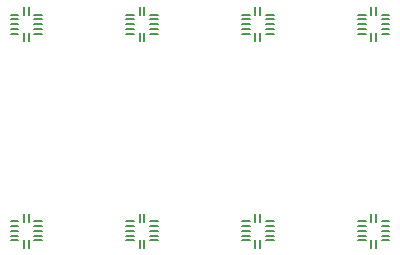
<source format=gtp>
G75*
%MOIN*%
%OFA0B0*%
%FSLAX25Y25*%
%IPPOS*%
%LPD*%
%AMOC8*
5,1,8,0,0,1.08239X$1,22.5*
%
%ADD10C,0.00787*%
D10*
X0058416Y0051787D02*
X0060976Y0051787D01*
X0060976Y0053362D02*
X0058416Y0053362D01*
X0058416Y0054937D02*
X0060976Y0054937D01*
X0060976Y0056512D02*
X0058416Y0056512D01*
X0058416Y0058087D02*
X0060976Y0058087D01*
X0062846Y0057988D02*
X0062846Y0060547D01*
X0064420Y0060547D02*
X0064420Y0057988D01*
X0066290Y0058087D02*
X0068850Y0058087D01*
X0068850Y0056512D02*
X0066290Y0056512D01*
X0066290Y0054937D02*
X0068850Y0054937D01*
X0068850Y0053362D02*
X0066290Y0053362D01*
X0066290Y0051787D02*
X0068850Y0051787D01*
X0064420Y0051886D02*
X0064420Y0049327D01*
X0062846Y0049327D02*
X0062846Y0051886D01*
X0096999Y0051787D02*
X0099558Y0051787D01*
X0099558Y0053362D02*
X0096999Y0053362D01*
X0096999Y0054937D02*
X0099558Y0054937D01*
X0099558Y0056512D02*
X0096999Y0056512D01*
X0096999Y0058087D02*
X0099558Y0058087D01*
X0101428Y0057988D02*
X0101428Y0060547D01*
X0103003Y0060547D02*
X0103003Y0057988D01*
X0104873Y0058087D02*
X0107432Y0058087D01*
X0107432Y0056512D02*
X0104873Y0056512D01*
X0104873Y0054937D02*
X0107432Y0054937D01*
X0107432Y0053362D02*
X0104873Y0053362D01*
X0104873Y0051787D02*
X0107432Y0051787D01*
X0103003Y0051886D02*
X0103003Y0049327D01*
X0101428Y0049327D02*
X0101428Y0051886D01*
X0135582Y0051787D02*
X0138141Y0051787D01*
X0138141Y0053362D02*
X0135582Y0053362D01*
X0135582Y0054937D02*
X0138141Y0054937D01*
X0138141Y0056512D02*
X0135582Y0056512D01*
X0135582Y0058087D02*
X0138141Y0058087D01*
X0140011Y0057988D02*
X0140011Y0060547D01*
X0141586Y0060547D02*
X0141586Y0057988D01*
X0143456Y0058087D02*
X0146015Y0058087D01*
X0146015Y0056512D02*
X0143456Y0056512D01*
X0143456Y0054937D02*
X0146015Y0054937D01*
X0146015Y0053362D02*
X0143456Y0053362D01*
X0143456Y0051787D02*
X0146015Y0051787D01*
X0141586Y0051886D02*
X0141586Y0049327D01*
X0140011Y0049327D02*
X0140011Y0051886D01*
X0174165Y0051787D02*
X0176724Y0051787D01*
X0176724Y0053362D02*
X0174165Y0053362D01*
X0174165Y0054937D02*
X0176724Y0054937D01*
X0176724Y0056512D02*
X0174165Y0056512D01*
X0174165Y0058087D02*
X0176724Y0058087D01*
X0178594Y0057988D02*
X0178594Y0060547D01*
X0180168Y0060547D02*
X0180168Y0057988D01*
X0182039Y0058087D02*
X0184598Y0058087D01*
X0184598Y0056512D02*
X0182039Y0056512D01*
X0182039Y0054937D02*
X0184598Y0054937D01*
X0184598Y0053362D02*
X0182039Y0053362D01*
X0182039Y0051787D02*
X0184598Y0051787D01*
X0180168Y0051886D02*
X0180168Y0049327D01*
X0178594Y0049327D02*
X0178594Y0051886D01*
X0178594Y0118224D02*
X0178594Y0120783D01*
X0180168Y0120783D02*
X0180168Y0118224D01*
X0182039Y0120685D02*
X0184598Y0120685D01*
X0184598Y0122260D02*
X0182039Y0122260D01*
X0182039Y0123835D02*
X0184598Y0123835D01*
X0184598Y0125409D02*
X0182039Y0125409D01*
X0182039Y0126984D02*
X0184598Y0126984D01*
X0180168Y0126886D02*
X0180168Y0129445D01*
X0178594Y0129445D02*
X0178594Y0126886D01*
X0176724Y0126984D02*
X0174165Y0126984D01*
X0174165Y0125409D02*
X0176724Y0125409D01*
X0176724Y0123835D02*
X0174165Y0123835D01*
X0174165Y0122260D02*
X0176724Y0122260D01*
X0176724Y0120685D02*
X0174165Y0120685D01*
X0146015Y0120685D02*
X0143456Y0120685D01*
X0143456Y0122260D02*
X0146015Y0122260D01*
X0146015Y0123835D02*
X0143456Y0123835D01*
X0143456Y0125409D02*
X0146015Y0125409D01*
X0146015Y0126984D02*
X0143456Y0126984D01*
X0141586Y0126886D02*
X0141586Y0129445D01*
X0140011Y0129445D02*
X0140011Y0126886D01*
X0138141Y0126984D02*
X0135582Y0126984D01*
X0135582Y0125409D02*
X0138141Y0125409D01*
X0138141Y0123835D02*
X0135582Y0123835D01*
X0135582Y0122260D02*
X0138141Y0122260D01*
X0138141Y0120685D02*
X0135582Y0120685D01*
X0140011Y0120783D02*
X0140011Y0118224D01*
X0141586Y0118224D02*
X0141586Y0120783D01*
X0107432Y0120685D02*
X0104873Y0120685D01*
X0104873Y0122260D02*
X0107432Y0122260D01*
X0107432Y0123835D02*
X0104873Y0123835D01*
X0104873Y0125409D02*
X0107432Y0125409D01*
X0107432Y0126984D02*
X0104873Y0126984D01*
X0103003Y0126886D02*
X0103003Y0129445D01*
X0101428Y0129445D02*
X0101428Y0126886D01*
X0099558Y0126984D02*
X0096999Y0126984D01*
X0096999Y0125409D02*
X0099558Y0125409D01*
X0099558Y0123835D02*
X0096999Y0123835D01*
X0096999Y0122260D02*
X0099558Y0122260D01*
X0099558Y0120685D02*
X0096999Y0120685D01*
X0101428Y0120783D02*
X0101428Y0118224D01*
X0103003Y0118224D02*
X0103003Y0120783D01*
X0068850Y0120685D02*
X0066290Y0120685D01*
X0066290Y0122260D02*
X0068850Y0122260D01*
X0068850Y0123835D02*
X0066290Y0123835D01*
X0066290Y0125409D02*
X0068850Y0125409D01*
X0068850Y0126984D02*
X0066290Y0126984D01*
X0064420Y0126886D02*
X0064420Y0129445D01*
X0062846Y0129445D02*
X0062846Y0126886D01*
X0060976Y0126984D02*
X0058416Y0126984D01*
X0058416Y0125409D02*
X0060976Y0125409D01*
X0060976Y0123835D02*
X0058416Y0123835D01*
X0058416Y0122260D02*
X0060976Y0122260D01*
X0060976Y0120685D02*
X0058416Y0120685D01*
X0062846Y0120783D02*
X0062846Y0118224D01*
X0064420Y0118224D02*
X0064420Y0120783D01*
M02*

</source>
